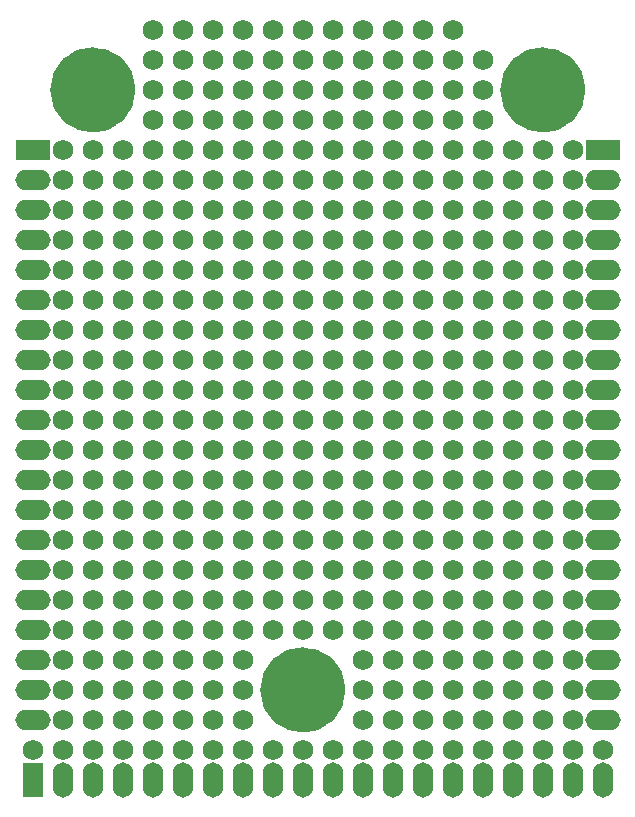
<source format=gbs>
G04 Layer_Color=16711935*
%FSLAX25Y25*%
%MOIN*%
G70*
G01*
G75*
%ADD22C,0.06800*%
%ADD23C,0.17623*%
%ADD24R,0.11800X0.06800*%
%ADD25O,0.11800X0.06800*%
%ADD26R,0.06800X0.11800*%
%ADD27O,0.06800X0.11800*%
%ADD28C,0.10236*%
D22*
X340000Y150000D02*
D03*
X350000D02*
D03*
X330000D02*
D03*
X360000D02*
D03*
X400000D02*
D03*
X390000D02*
D03*
X380000D02*
D03*
X370000D02*
D03*
X440000D02*
D03*
X430000D02*
D03*
X420000D02*
D03*
X410000D02*
D03*
X480000D02*
D03*
X470000D02*
D03*
X460000D02*
D03*
X450000D02*
D03*
X490000D02*
D03*
X500000D02*
D03*
X510000D02*
D03*
X520000D02*
D03*
X510000Y170000D02*
D03*
Y180000D02*
D03*
Y160000D02*
D03*
Y190000D02*
D03*
Y230000D02*
D03*
Y220000D02*
D03*
Y210000D02*
D03*
Y200000D02*
D03*
Y270000D02*
D03*
Y260000D02*
D03*
Y250000D02*
D03*
Y240000D02*
D03*
Y310000D02*
D03*
Y300000D02*
D03*
Y290000D02*
D03*
Y280000D02*
D03*
Y320000D02*
D03*
Y330000D02*
D03*
Y340000D02*
D03*
Y350000D02*
D03*
X340000Y170000D02*
D03*
Y180000D02*
D03*
Y160000D02*
D03*
Y190000D02*
D03*
Y230000D02*
D03*
Y220000D02*
D03*
Y210000D02*
D03*
Y200000D02*
D03*
Y270000D02*
D03*
Y260000D02*
D03*
Y250000D02*
D03*
Y240000D02*
D03*
Y310000D02*
D03*
Y300000D02*
D03*
Y290000D02*
D03*
Y280000D02*
D03*
Y320000D02*
D03*
Y330000D02*
D03*
Y340000D02*
D03*
Y350000D02*
D03*
X350000D02*
D03*
X360000D02*
D03*
X370000D02*
D03*
X380000D02*
D03*
X390000D02*
D03*
X400000D02*
D03*
X410000D02*
D03*
X420000D02*
D03*
X430000D02*
D03*
X440000D02*
D03*
X450000D02*
D03*
X460000D02*
D03*
X470000D02*
D03*
X490000D02*
D03*
X480000D02*
D03*
X500000D02*
D03*
Y340000D02*
D03*
X480000D02*
D03*
X490000D02*
D03*
X470000D02*
D03*
X460000D02*
D03*
X450000D02*
D03*
X440000D02*
D03*
X430000D02*
D03*
X420000D02*
D03*
X410000D02*
D03*
X400000D02*
D03*
X390000D02*
D03*
X380000D02*
D03*
X370000D02*
D03*
X360000D02*
D03*
X350000D02*
D03*
X500000Y330000D02*
D03*
X480000D02*
D03*
X490000D02*
D03*
X470000D02*
D03*
X460000D02*
D03*
X450000D02*
D03*
X440000D02*
D03*
X430000D02*
D03*
X420000D02*
D03*
X410000D02*
D03*
X400000D02*
D03*
X390000D02*
D03*
X380000D02*
D03*
X370000D02*
D03*
X360000D02*
D03*
X350000D02*
D03*
X500000Y320000D02*
D03*
X480000D02*
D03*
X490000D02*
D03*
X470000D02*
D03*
X460000D02*
D03*
X450000D02*
D03*
X440000D02*
D03*
X430000D02*
D03*
X420000D02*
D03*
X410000D02*
D03*
X400000D02*
D03*
X390000D02*
D03*
X380000D02*
D03*
X370000D02*
D03*
X360000D02*
D03*
X350000D02*
D03*
Y280000D02*
D03*
X360000D02*
D03*
X370000D02*
D03*
X380000D02*
D03*
X390000D02*
D03*
X400000D02*
D03*
X410000D02*
D03*
X420000D02*
D03*
X430000D02*
D03*
X440000D02*
D03*
X450000D02*
D03*
X460000D02*
D03*
X470000D02*
D03*
X490000D02*
D03*
X480000D02*
D03*
X500000D02*
D03*
X350000Y290000D02*
D03*
X360000D02*
D03*
X370000D02*
D03*
X380000D02*
D03*
X390000D02*
D03*
X400000D02*
D03*
X410000D02*
D03*
X420000D02*
D03*
X430000D02*
D03*
X440000D02*
D03*
X450000D02*
D03*
X460000D02*
D03*
X470000D02*
D03*
X490000D02*
D03*
X480000D02*
D03*
X500000D02*
D03*
X350000Y300000D02*
D03*
X360000D02*
D03*
X370000D02*
D03*
X380000D02*
D03*
X390000D02*
D03*
X400000D02*
D03*
X410000D02*
D03*
X420000D02*
D03*
X430000D02*
D03*
X440000D02*
D03*
X450000D02*
D03*
X460000D02*
D03*
X470000D02*
D03*
X490000D02*
D03*
X480000D02*
D03*
X500000D02*
D03*
Y310000D02*
D03*
X480000D02*
D03*
X490000D02*
D03*
X470000D02*
D03*
X460000D02*
D03*
X450000D02*
D03*
X440000D02*
D03*
X430000D02*
D03*
X420000D02*
D03*
X410000D02*
D03*
X400000D02*
D03*
X390000D02*
D03*
X380000D02*
D03*
X370000D02*
D03*
X360000D02*
D03*
X350000D02*
D03*
Y240000D02*
D03*
X360000D02*
D03*
X370000D02*
D03*
X380000D02*
D03*
X390000D02*
D03*
X400000D02*
D03*
X410000D02*
D03*
X420000D02*
D03*
X430000D02*
D03*
X440000D02*
D03*
X450000D02*
D03*
X460000D02*
D03*
X470000D02*
D03*
X490000D02*
D03*
X480000D02*
D03*
X500000D02*
D03*
X350000Y250000D02*
D03*
X360000D02*
D03*
X370000D02*
D03*
X380000D02*
D03*
X390000D02*
D03*
X400000D02*
D03*
X410000D02*
D03*
X420000D02*
D03*
X430000D02*
D03*
X440000D02*
D03*
X450000D02*
D03*
X460000D02*
D03*
X470000D02*
D03*
X490000D02*
D03*
X480000D02*
D03*
X500000D02*
D03*
X350000Y260000D02*
D03*
X360000D02*
D03*
X370000D02*
D03*
X380000D02*
D03*
X390000D02*
D03*
X400000D02*
D03*
X410000D02*
D03*
X420000D02*
D03*
X430000D02*
D03*
X440000D02*
D03*
X450000D02*
D03*
X460000D02*
D03*
X470000D02*
D03*
X490000D02*
D03*
X480000D02*
D03*
X500000D02*
D03*
Y270000D02*
D03*
X480000D02*
D03*
X490000D02*
D03*
X470000D02*
D03*
X460000D02*
D03*
X450000D02*
D03*
X440000D02*
D03*
X430000D02*
D03*
X420000D02*
D03*
X410000D02*
D03*
X400000D02*
D03*
X390000D02*
D03*
X380000D02*
D03*
X370000D02*
D03*
X360000D02*
D03*
X350000D02*
D03*
Y200000D02*
D03*
X360000D02*
D03*
X370000D02*
D03*
X380000D02*
D03*
X390000D02*
D03*
X400000D02*
D03*
X410000D02*
D03*
X420000D02*
D03*
X430000D02*
D03*
X440000D02*
D03*
X450000D02*
D03*
X460000D02*
D03*
X470000D02*
D03*
X490000D02*
D03*
X480000D02*
D03*
X500000D02*
D03*
X350000Y210000D02*
D03*
X360000D02*
D03*
X370000D02*
D03*
X380000D02*
D03*
X390000D02*
D03*
X400000D02*
D03*
X410000D02*
D03*
X420000D02*
D03*
X430000D02*
D03*
X440000D02*
D03*
X450000D02*
D03*
X460000D02*
D03*
X470000D02*
D03*
X490000D02*
D03*
X480000D02*
D03*
X500000D02*
D03*
X350000Y220000D02*
D03*
X360000D02*
D03*
X370000D02*
D03*
X380000D02*
D03*
X390000D02*
D03*
X400000D02*
D03*
X410000D02*
D03*
X420000D02*
D03*
X430000D02*
D03*
X440000D02*
D03*
X450000D02*
D03*
X460000D02*
D03*
X470000D02*
D03*
X490000D02*
D03*
X480000D02*
D03*
X500000D02*
D03*
Y230000D02*
D03*
X480000D02*
D03*
X490000D02*
D03*
X470000D02*
D03*
X460000D02*
D03*
X450000D02*
D03*
X440000D02*
D03*
X430000D02*
D03*
X420000D02*
D03*
X410000D02*
D03*
X400000D02*
D03*
X390000D02*
D03*
X380000D02*
D03*
X370000D02*
D03*
X360000D02*
D03*
X350000D02*
D03*
X500000Y190000D02*
D03*
X480000D02*
D03*
X490000D02*
D03*
X470000D02*
D03*
X460000D02*
D03*
X450000D02*
D03*
X440000D02*
D03*
X430000D02*
D03*
X420000D02*
D03*
X410000D02*
D03*
X400000D02*
D03*
X390000D02*
D03*
X380000D02*
D03*
X370000D02*
D03*
X360000D02*
D03*
X350000D02*
D03*
Y160000D02*
D03*
X360000D02*
D03*
X370000D02*
D03*
X380000D02*
D03*
X390000D02*
D03*
X400000D02*
D03*
Y180000D02*
D03*
X390000D02*
D03*
X380000D02*
D03*
X370000D02*
D03*
X360000D02*
D03*
X350000D02*
D03*
X400000Y170000D02*
D03*
X390000D02*
D03*
X380000D02*
D03*
X370000D02*
D03*
X360000D02*
D03*
X350000D02*
D03*
X440000Y160000D02*
D03*
X450000D02*
D03*
X460000D02*
D03*
X470000D02*
D03*
X480000D02*
D03*
X490000D02*
D03*
Y180000D02*
D03*
X480000D02*
D03*
X470000D02*
D03*
X460000D02*
D03*
X450000D02*
D03*
X440000D02*
D03*
X490000Y170000D02*
D03*
X480000D02*
D03*
X470000D02*
D03*
X460000D02*
D03*
X450000D02*
D03*
X440000D02*
D03*
X500000D02*
D03*
Y160000D02*
D03*
Y180000D02*
D03*
X370000Y360000D02*
D03*
X380000D02*
D03*
X390000D02*
D03*
X400000D02*
D03*
X410000D02*
D03*
X420000D02*
D03*
X430000D02*
D03*
X440000D02*
D03*
X450000D02*
D03*
X460000D02*
D03*
X470000D02*
D03*
X480000D02*
D03*
X370000Y370000D02*
D03*
X380000D02*
D03*
X390000D02*
D03*
X400000D02*
D03*
X410000D02*
D03*
X420000D02*
D03*
X430000D02*
D03*
X440000D02*
D03*
X450000D02*
D03*
X460000D02*
D03*
X470000D02*
D03*
X480000D02*
D03*
Y380000D02*
D03*
X470000D02*
D03*
X460000D02*
D03*
X450000D02*
D03*
X440000D02*
D03*
X430000D02*
D03*
X420000D02*
D03*
X410000D02*
D03*
X400000D02*
D03*
X390000D02*
D03*
X380000D02*
D03*
X370000D02*
D03*
Y390000D02*
D03*
X380000D02*
D03*
X390000D02*
D03*
X400000D02*
D03*
X410000D02*
D03*
X420000D02*
D03*
X430000D02*
D03*
X440000D02*
D03*
X450000D02*
D03*
X460000D02*
D03*
X470000D02*
D03*
D23*
X420000Y170000D02*
D03*
X350000Y370000D02*
D03*
X500000D02*
D03*
D24*
X520000Y350000D02*
D03*
X330000D02*
D03*
D25*
X520000Y340000D02*
D03*
Y330000D02*
D03*
Y320000D02*
D03*
Y310000D02*
D03*
Y300000D02*
D03*
Y290000D02*
D03*
Y280000D02*
D03*
Y270000D02*
D03*
Y260000D02*
D03*
Y250000D02*
D03*
Y240000D02*
D03*
Y230000D02*
D03*
Y220000D02*
D03*
Y210000D02*
D03*
Y200000D02*
D03*
Y190000D02*
D03*
Y180000D02*
D03*
Y170000D02*
D03*
Y160000D02*
D03*
X330000Y340000D02*
D03*
Y330000D02*
D03*
Y320000D02*
D03*
Y310000D02*
D03*
Y300000D02*
D03*
Y290000D02*
D03*
Y280000D02*
D03*
Y270000D02*
D03*
Y260000D02*
D03*
Y250000D02*
D03*
Y240000D02*
D03*
Y230000D02*
D03*
Y220000D02*
D03*
Y210000D02*
D03*
Y200000D02*
D03*
Y190000D02*
D03*
Y180000D02*
D03*
Y170000D02*
D03*
Y160000D02*
D03*
D26*
Y140000D02*
D03*
D27*
X340000D02*
D03*
X350000D02*
D03*
X360000D02*
D03*
X370000D02*
D03*
X380000D02*
D03*
X390000D02*
D03*
X400000D02*
D03*
X410000D02*
D03*
X420000D02*
D03*
X430000D02*
D03*
X440000D02*
D03*
X450000D02*
D03*
X460000D02*
D03*
X470000D02*
D03*
X480000D02*
D03*
X490000D02*
D03*
X500000D02*
D03*
X510000D02*
D03*
X520000D02*
D03*
D28*
X429055Y170000D02*
G03*
X429055Y170000I-9055J0D01*
G01*
X359055Y370000D02*
G03*
X359055Y370000I-9055J0D01*
G01*
X509055D02*
G03*
X509055Y370000I-9055J0D01*
G01*
M02*

</source>
